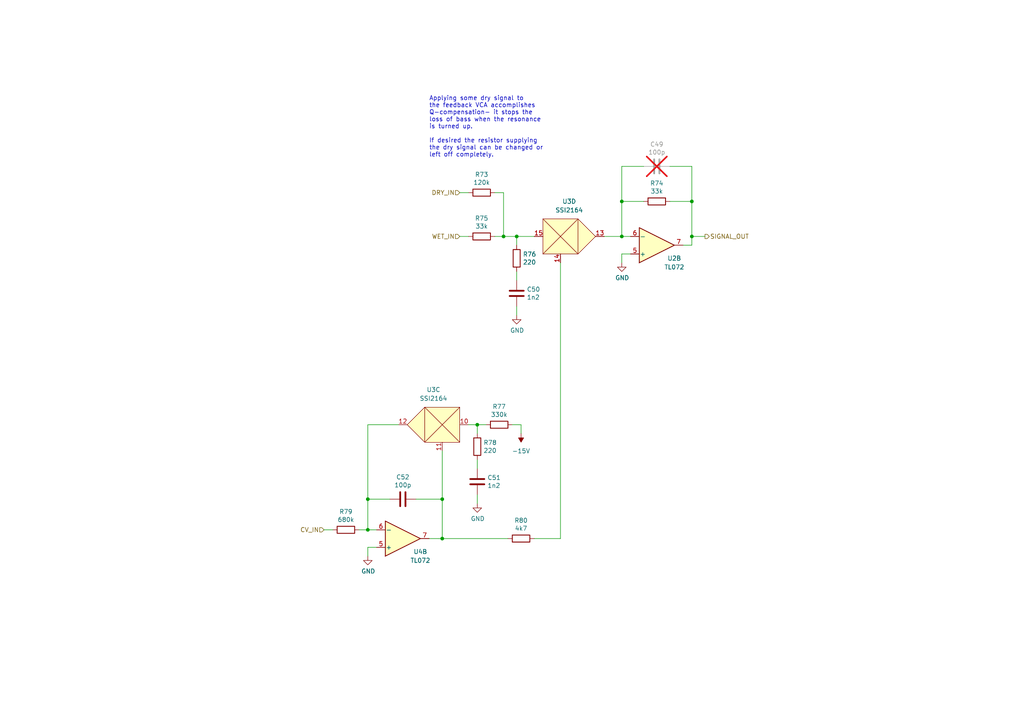
<source format=kicad_sch>
(kicad_sch (version 20230121) (generator eeschema)
  (paper "A4")
  (title_block (title "M.S.M. Stereo Lowpass Filter Pedal") (date "2022-06-16") (rev "0") (comment 2 "creativecommons.org/licenses/by/4.0") (comment 3 "License: CC by 4.0") (comment 4 "Author: Jordan Aceto"))
  (lib_symbols
    (symbol "Amplifier_Operational:TL072" (pin_names (offset 0.127))
      (property "Reference" "U" (at 0 5.08 0))
      (property "Value" "TL072" (at 0 -5.08 0))
      (symbol "TL072_1_1"
        (polyline (pts (xy -5.08 5.08) (xy 5.08 0) (xy -5.08 -5.08) (xy -5.08 5.08)) (stroke (width 0.254)) (fill (type background)))
        (pin output line (at 7.62 0 180) (length 2.54) (name "~") (number "1"))
        (pin input line (at -7.62 -2.54 0) (length 2.54) (name "-") (number "2"))
        (pin input line (at -7.62 2.54 0) (length 2.54) (name "+") (number "3"))
      )
      (symbol "TL072_2_1"
        (polyline (pts (xy -5.08 5.08) (xy 5.08 0) (xy -5.08 -5.08) (xy -5.08 5.08)) (stroke (width 0.254)) (fill (type background)))
        (pin input line (at -7.62 2.54 0) (length 2.54) (name "+") (number "5"))
        (pin input line (at -7.62 -2.54 0) (length 2.54) (name "-") (number "6"))
        (pin output line (at 7.62 0 180) (length 2.54) (name "~") (number "7"))
      )
      (symbol "TL072_3_1"
        (pin power_in line (at -2.54 -7.62 90) (length 3.81) (name "V-") (number "4"))
        (pin power_in line (at -2.54 7.62 270) (length 3.81) (name "V+") (number "8"))
      )
    )
    (symbol "Device:C" (pin_numbers hide) (pin_names (offset 0.254))
      (property "Reference" "C" (at 0.635 2.54 0))
      (property "Value" "C" (at 0.635 -2.54 0))
      (symbol "C_0_1"
        (polyline (pts (xy -2.032 -0.762) (xy 2.032 -0.762)) (stroke (width 0.508)))
        (polyline (pts (xy -2.032 0.762) (xy 2.032 0.762)) (stroke (width 0.508)))
      )
      (symbol "C_1_1"
        (pin passive line (at 0 3.81 270) (length 2.794) (name "~") (number "1"))
        (pin passive line (at 0 -3.81 90) (length 2.794) (name "~") (number "2"))
      )
    )
    (symbol "Device:R" (pin_numbers hide) (pin_names (offset 0))
      (property "Reference" "R" (at 2.032 0 90))
      (property "Value" "R" (at 0 0 90))
      (symbol "R_0_1"
        (rectangle (start -1.016 -2.54) (end 1.016 2.54) (stroke (width 0.254)))
      )
      (symbol "R_1_1"
        (pin passive line (at 0 3.81 270) (length 1.27) (name "~") (number "1"))
        (pin passive line (at 0 -3.81 90) (length 1.27) (name "~") (number "2"))
      )
    )
    (symbol "custom_symbols:SSI2164" (pin_names (offset 1.016))
      (property "Reference" "U?" (at 2.54 10.16 0))
      (property "Value" "SSI2164" (at 2.54 7.62 0))
      (symbol "SSI2164_1_1"
        (rectangle (start -5.08 5.08) (end 5.08 -5.08) (fill (type background)))
        (polyline (pts (xy 5.08 5.08) (xy -5.08 -5.08)))
        (polyline (pts (xy 5.08 5.08) (xy 10.16 0) (xy 5.08 -5.08) (xy -5.08 5.08)) (fill (type background)))
        (pin input line (at -7.62 0 0) (length 2.54) (name "~") (number "2"))
        (pin input line (at 0 -7.62 90) (length 2.54) (name "~") (number "3"))
        (pin output line (at 12.7 0 180) (length 2.54) (name "~") (number "4"))
      )
      (symbol "SSI2164_2_1"
        (rectangle (start -5.08 5.08) (end 5.08 -5.08) (fill (type background)))
        (polyline (pts (xy 5.08 5.08) (xy -5.08 -5.08)))
        (polyline (pts (xy 5.08 5.08) (xy 10.16 0) (xy 5.08 -5.08) (xy -5.08 5.08)) (fill (type background)))
        (pin output line (at 12.7 0 180) (length 2.54) (name "~") (number "5"))
        (pin input line (at 0 -7.62 90) (length 2.54) (name "~") (number "6"))
        (pin input line (at -7.62 0 0) (length 2.54) (name "~") (number "7"))
      )
      (symbol "SSI2164_3_1"
        (rectangle (start -5.08 5.08) (end 5.08 -5.08) (fill (type background)))
        (polyline (pts (xy 5.08 5.08) (xy -5.08 -5.08)))
        (polyline (pts (xy 5.08 5.08) (xy 10.16 0) (xy 5.08 -5.08) (xy -5.08 5.08)) (fill (type background)))
        (pin input line (at -7.62 0 0) (length 2.54) (name "~") (number "10"))
        (pin input line (at 0 -7.62 90) (length 2.54) (name "~") (number "11"))
        (pin output line (at 12.7 0 180) (length 2.54) (name "~") (number "12"))
      )
      (symbol "SSI2164_4_1"
        (rectangle (start -5.08 5.08) (end 5.08 -5.08) (fill (type background)))
        (polyline (pts (xy 5.08 5.08) (xy -5.08 -5.08)))
        (polyline (pts (xy 5.08 5.08) (xy 10.16 0) (xy 5.08 -5.08) (xy -5.08 5.08)) (fill (type background)))
        (pin output line (at 12.7 0 180) (length 2.54) (name "~") (number "13"))
        (pin input line (at 0 -7.62 90) (length 2.54) (name "~") (number "14"))
        (pin input line (at -7.62 0 0) (length 2.54) (name "~") (number "15"))
      )
      (symbol "SSI2164_5_1"
        (rectangle (start 2.54 6.35) (end -5.08 -11.43) (fill (type background)))
        (pin input line (at 5.08 -10.16 180) (length 2.54) (name "mode") (number "1"))
        (pin power_in line (at 5.08 5.08 180) (length 2.54) (name "V+") (number "16"))
        (pin power_in line (at 5.08 0 180) (length 2.54) (name "gnd") (number "8"))
        (pin power_in line (at 5.08 -5.08 180) (length 2.54) (name "V-") (number "9"))
      )
    )
    (symbol "power:-15V" (power) (pin_names (offset 0))
      (property "Value" "-15V" (at 0 3.81 0))
      (symbol "-15V_0_0"
        (pin power_in line (at 0 0 90) (length 0) hide (name "-15V") (number "1"))
      )
      (symbol "-15V_0_1"
        (polyline (pts (xy 0 0) (xy 0 1.27) (xy 0.762 1.27) (xy 0 2.54) (xy -0.762 1.27) (xy 0 1.27)) (fill (type outline)))
      )
    )
    (symbol "power:GND" (power) (pin_names (offset 0))
      (property "Value" "GND" (at 0 -3.81 0))
      (symbol "GND_0_1"
        (polyline (pts (xy 0 0) (xy 0 -1.27) (xy 1.27 -1.27) (xy 0 -2.54) (xy -1.27 -1.27) (xy 0 -1.27)))
      )
      (symbol "GND_1_1"
        (pin power_in line (at 0 0 270) (length 0) hide (name "GND") (number "1"))
      )
    )
  )
  (junction (at 180.34 68.58))
  (junction (at 200.66 68.58))
  (junction (at 106.68 153.67))
  (junction (at 128.27 144.78))
  (junction (at 106.68 144.78))
  (junction (at 138.43 123.19))
  (junction (at 149.86 68.58))
  (junction (at 128.27 156.21))
  (junction (at 146.05 68.58))
  (junction (at 180.34 58.42))
  (junction (at 200.66 58.42))
  (wire (pts (xy 128.27 144.78) (xy 128.27 156.21)))
  (wire (pts (xy 115.57 123.19) (xy 106.68 123.19)))
  (wire (pts (xy 140.97 123.19) (xy 138.43 123.19)))
  (wire (pts (xy 149.86 91.44) (xy 149.86 88.9)))
  (wire (pts (xy 149.86 68.58) (xy 154.94 68.58)))
  (wire (pts (xy 106.68 144.78) (xy 113.03 144.78)))
  (wire (pts (xy 106.68 153.67) (xy 106.68 144.78)))
  (wire (pts (xy 106.68 158.75) (xy 106.68 161.29)))
  (wire (pts (xy 146.05 55.88) (xy 143.51 55.88)))
  (wire (pts (xy 200.66 71.12) (xy 200.66 68.58)))
  (wire (pts (xy 154.94 156.21) (xy 162.56 156.21)))
  (wire (pts (xy 120.65 144.78) (xy 128.27 144.78)))
  (wire (pts (xy 146.05 68.58) (xy 146.05 55.88)))
  (wire (pts (xy 200.66 58.42) (xy 194.31 58.42)))
  (wire (pts (xy 149.86 81.28) (xy 149.86 78.74)))
  (wire (pts (xy 200.66 48.26) (xy 200.66 58.42)))
  (wire (pts (xy 149.86 71.12) (xy 149.86 68.58)))
  (wire (pts (xy 175.26 68.58) (xy 180.34 68.58)))
  (wire (pts (xy 147.32 156.21) (xy 128.27 156.21)))
  (wire (pts (xy 182.88 68.58) (xy 180.34 68.58)))
  (wire (pts (xy 138.43 123.19) (xy 135.89 123.19)))
  (wire (pts (xy 109.22 158.75) (xy 106.68 158.75)))
  (wire (pts (xy 138.43 125.73) (xy 138.43 123.19)))
  (wire (pts (xy 104.14 153.67) (xy 106.68 153.67)))
  (wire (pts (xy 146.05 68.58) (xy 149.86 68.58)))
  (wire (pts (xy 128.27 144.78) (xy 128.27 130.81)))
  (wire (pts (xy 138.43 135.89) (xy 138.43 133.35)))
  (wire (pts (xy 180.34 58.42) (xy 186.69 58.42)))
  (wire (pts (xy 204.47 68.58) (xy 200.66 68.58)))
  (wire (pts (xy 128.27 156.21) (xy 124.46 156.21)))
  (wire (pts (xy 151.13 123.19) (xy 148.59 123.19)))
  (wire (pts (xy 109.22 153.67) (xy 106.68 153.67)))
  (wire (pts (xy 151.13 125.73) (xy 151.13 123.19)))
  (wire (pts (xy 106.68 123.19) (xy 106.68 144.78)))
  (wire (pts (xy 198.12 71.12) (xy 200.66 71.12)))
  (wire (pts (xy 162.56 76.2) (xy 162.56 156.21)))
  (wire (pts (xy 133.35 68.58) (xy 135.89 68.58)))
  (wire (pts (xy 200.66 68.58) (xy 200.66 58.42)))
  (wire (pts (xy 138.43 146.05) (xy 138.43 143.51)))
  (wire (pts (xy 143.51 68.58) (xy 146.05 68.58)))
  (wire (pts (xy 186.69 48.26) (xy 180.34 48.26)))
  (wire (pts (xy 180.34 76.2) (xy 180.34 73.66)))
  (wire (pts (xy 180.34 48.26) (xy 180.34 58.42)))
  (wire (pts (xy 93.98 153.67) (xy 96.52 153.67)))
  (wire (pts (xy 180.34 73.66) (xy 182.88 73.66)))
  (wire (pts (xy 133.35 55.88) (xy 135.89 55.88)))
  (wire (pts (xy 194.31 48.26) (xy 200.66 48.26)))
  (wire (pts (xy 180.34 58.42) (xy 180.34 68.58)))
  (text "Applying some dry signal to\nthe feedback VCA accomplishes\nQ-compensation- it stops the \nloss of bass when the resonance\nis turned up.\n\nIf desired the resistor supplying\nthe dry signal can be changed or\nleft off completely." (at 124.46 45.72 0) (effects (font (size 1.27 1.27)) (justify left bottom)))
  (hierarchical_label "WET_IN" (shape input) (at 133.35 68.58 180))
  (hierarchical_label "SIGNAL_OUT" (shape output) (at 204.47 68.58 0))
  (hierarchical_label "CV_IN" (shape input) (at 93.98 153.67 180))
  (hierarchical_label "DRY_IN" (shape input) (at 133.35 55.88 180))
  (symbol (lib_id "Device:R") (at 100.33 153.67 270) (unit 1)
    (property "Reference" "R79" (at 100.33 148.4122 90))
    (property "Value" "680k" (at 100.33 150.7236 90))
    (property "Footprint" "Resistor_SMD:R_0805_2012Metric" (effects hide))
    (instances (project "filter_board" (path "" (reference "R79") (unit 1)) (path "" (reference "R71") (unit 1))))
  )
  (symbol (lib_id "Device:R") (at 190.5 58.42 270) (unit 1)
    (property "Reference" "R74" (at 190.5 53.1622 90))
    (property "Value" "33k" (at 190.5 55.4736 90))
    (property "Footprint" "Resistor_SMD:R_0805_2012Metric" (effects hide))
    (instances (project "filter_board" (path "" (reference "R74") (unit 1)) (path "" (reference "R66") (unit 1))))
  )
  (symbol (lib_id "custom_symbols:SSI2164") (at 162.56 68.58 0) (unit 4)
    (property "Reference" "U3" (at 165.1 58.42 0))
    (property "Value" "SSI2164" (at 165.1 60.96 0))
    (property "Footprint" "Package_SO:SO-16_3.9x9.9mm_P1.27mm" (effects hide))
    (instances (project "filter_board" (path "" (reference "U3") (unit 4)) (path "" (reference "U3") (unit 1))))
  )
  (symbol (lib_id "Amplifier_Operational:TL072") (at 190.5 71.12 0) (mirror x) (unit 2)
    (property "Reference" "U2" (at 195.58 74.93 0))
    (property "Value" "TL072" (at 195.58 77.47 0))
    (property "Footprint" "Package_SO:SOIC-8_3.9x4.9mm_P1.27mm" (effects hide))
    (property "Datasheet" "http://www.ti.com/lit/ds/symlink/tl071.pdf" (effects hide))
    (instances (project "filter_board" (path "" (reference "U2") (unit 2)) (path "" (reference "U2") (unit 1))))
  )
  (symbol (lib_id "Device:C") (at 138.43 139.7 0) (unit 1)
    (property "Reference" "C51" (at 141.351 138.5316 0) (effects (justify left)))
    (property "Value" "1n2" (at 141.351 140.843 0) (effects (justify left)))
    (property "Footprint" "Capacitor_SMD:C_0805_2012Metric" (effects hide))
    (instances (project "filter_board" (path "" (reference "C51") (unit 1)) (path "" (reference "C47") (unit 1))))
  )
  (symbol (lib_id "Device:R") (at 151.13 156.21 270) (unit 1)
    (property "Reference" "R80" (at 151.13 150.9522 90))
    (property "Value" "4k7" (at 151.13 153.2636 90))
    (property "Footprint" "Resistor_SMD:R_0805_2012Metric" (effects hide))
    (instances (project "filter_board" (path "" (reference "R80") (unit 1)) (path "" (reference "R72") (unit 1))))
  )
  (symbol (lib_id "custom_symbols:SSI2164") (at 128.27 123.19 0) (mirror y) (unit 3)
    (property "Reference" "U3" (at 125.73 113.03 0))
    (property "Value" "SSI2164" (at 125.73 115.57 0))
    (property "Footprint" "Package_SO:SO-16_3.9x9.9mm_P1.27mm" (effects hide))
    (instances (project "filter_board" (path "" (reference "U3") (unit 3)) (path "" (reference "U3") (unit 2))))
  )
  (symbol (lib_id "power:GND") (at 106.68 161.29 0) (unit 1)
    (property "Reference" "#PWR0145" (effects hide))
    (property "Value" "GND" (at 106.807 165.6842 0))
    (instances (project "filter_board" (path "" (reference "#PWR0145") (unit 1)) (path "" (reference "#PWR0139") (unit 1))))
  )
  (symbol (lib_id "power:-15V") (at 151.13 125.73 180) (unit 1)
    (property "Reference" "#PWR026" (effects hide))
    (property "Value" "-15V" (at 151.13 130.81 0))
    (instances (project "filter_board" (path "" (reference "#PWR026") (unit 1)) (path "" (reference "#PWR018") (unit 1))))
  )
  (symbol (lib_id "Device:R") (at 139.7 68.58 270) (unit 1)
    (property "Reference" "R75" (at 139.7 63.3222 90))
    (property "Value" "33k" (at 139.7 65.6336 90))
    (property "Footprint" "Resistor_SMD:R_0805_2012Metric" (effects hide))
    (instances (project "filter_board" (path "" (reference "R75") (unit 1)) (path "" (reference "R67") (unit 1))))
  )
  (symbol (lib_id "Device:R") (at 138.43 129.54 0) (unit 1)
    (property "Reference" "R78" (at 140.208 128.3716 0) (effects (justify left)))
    (property "Value" "220" (at 140.208 130.683 0) (effects (justify left)))
    (property "Footprint" "Resistor_SMD:R_0805_2012Metric" (effects hide))
    (instances (project "filter_board" (path "" (reference "R78") (unit 1)) (path "" (reference "R70") (unit 1))))
  )
  (symbol (lib_id "power:GND") (at 149.86 91.44 0) (unit 1)
    (property "Reference" "#PWR0144" (effects hide))
    (property "Value" "GND" (at 149.987 95.8342 0))
    (instances (project "filter_board" (path "" (reference "#PWR0144") (unit 1)) (path "" (reference "#PWR0138") (unit 1))))
  )
  (symbol (lib_id "Device:C") (at 190.5 48.26 270) (unit 1) (dnp yes)
    (property "Reference" "C49" (at 190.5 41.8592 90))
    (property "Value" "100p" (at 190.5 44.1706 90))
    (property "Footprint" "Capacitor_SMD:C_0805_2012Metric" (effects hide))
    (instances (project "filter_board" (path "" (reference "C49") (unit 1)) (path "" (reference "C45") (unit 1))))
  )
  (symbol (lib_id "Device:R") (at 139.7 55.88 270) (unit 1)
    (property "Reference" "R73" (at 139.7 50.6222 90))
    (property "Value" "120k" (at 139.7 52.9336 90))
    (property "Footprint" "Resistor_SMD:R_0805_2012Metric" (effects hide))
    (instances (project "filter_board" (path "" (reference "R73") (unit 1)) (path "" (reference "R65") (unit 1))))
  )
  (symbol (lib_id "power:GND") (at 180.34 76.2 0) (unit 1)
    (property "Reference" "#PWR0141" (effects hide))
    (property "Value" "GND" (at 180.467 80.5942 0))
    (instances (project "filter_board" (path "" (reference "#PWR0141") (unit 1)) (path "" (reference "#PWR0135") (unit 1))))
  )
  (symbol (lib_id "Device:C") (at 116.84 144.78 270) (unit 1)
    (property "Reference" "C52" (at 116.84 138.3792 90))
    (property "Value" "100p" (at 116.84 140.6906 90))
    (property "Footprint" "Capacitor_SMD:C_0805_2012Metric" (effects hide))
    (instances (project "filter_board" (path "" (reference "C52") (unit 1)) (path "" (reference "C48") (unit 1))))
  )
  (symbol (lib_id "power:GND") (at 138.43 146.05 0) (unit 1)
    (property "Reference" "#PWR0142" (effects hide))
    (property "Value" "GND" (at 138.557 150.4442 0))
    (instances (project "filter_board" (path "" (reference "#PWR0142") (unit 1)) (path "" (reference "#PWR0136") (unit 1))))
  )
  (symbol (lib_id "Device:R") (at 149.86 74.93 0) (unit 1)
    (property "Reference" "R76" (at 151.638 73.7616 0) (effects (justify left)))
    (property "Value" "220" (at 151.638 76.073 0) (effects (justify left)))
    (property "Footprint" "Resistor_SMD:R_0805_2012Metric" (effects hide))
    (instances (project "filter_board" (path "" (reference "R76") (unit 1)) (path "" (reference "R68") (unit 1))))
  )
  (symbol (lib_id "Amplifier_Operational:TL072") (at 116.84 156.21 0) (mirror x) (unit 2)
    (property "Reference" "U4" (at 121.92 160.02 0))
    (property "Value" "TL072" (at 121.92 162.56 0))
    (property "Footprint" "Package_SO:SOIC-8_3.9x4.9mm_P1.27mm" (effects hide))
    (property "Datasheet" "http://www.ti.com/lit/ds/symlink/tl071.pdf" (effects hide))
    (instances (project "filter_board" (path "" (reference "U4") (unit 2)) (path "" (reference "U4") (unit 1))))
  )
  (symbol (lib_id "Device:C") (at 149.86 85.09 0) (unit 1)
    (property "Reference" "C50" (at 152.781 83.9216 0) (effects (justify left)))
    (property "Value" "1n2" (at 152.781 86.233 0) (effects (justify left)))
    (property "Footprint" "Capacitor_SMD:C_0805_2012Metric" (effects hide))
    (instances (project "filter_board" (path "" (reference "C50") (unit 1)) (path "" (reference "C46") (unit 1))))
  )
  (symbol (lib_id "Device:R") (at 144.78 123.19 90) (mirror x) (unit 1)
    (property "Reference" "R77" (at 144.78 117.9322 90))
    (property "Value" "330k" (at 144.78 120.2436 90))
    (property "Footprint" "Resistor_SMD:R_0805_2012Metric" (effects hide))
    (instances (project "filter_board" (path "" (reference "R77") (unit 1)) (path "" (reference "R69") (unit 1))))
  )
)
</source>
